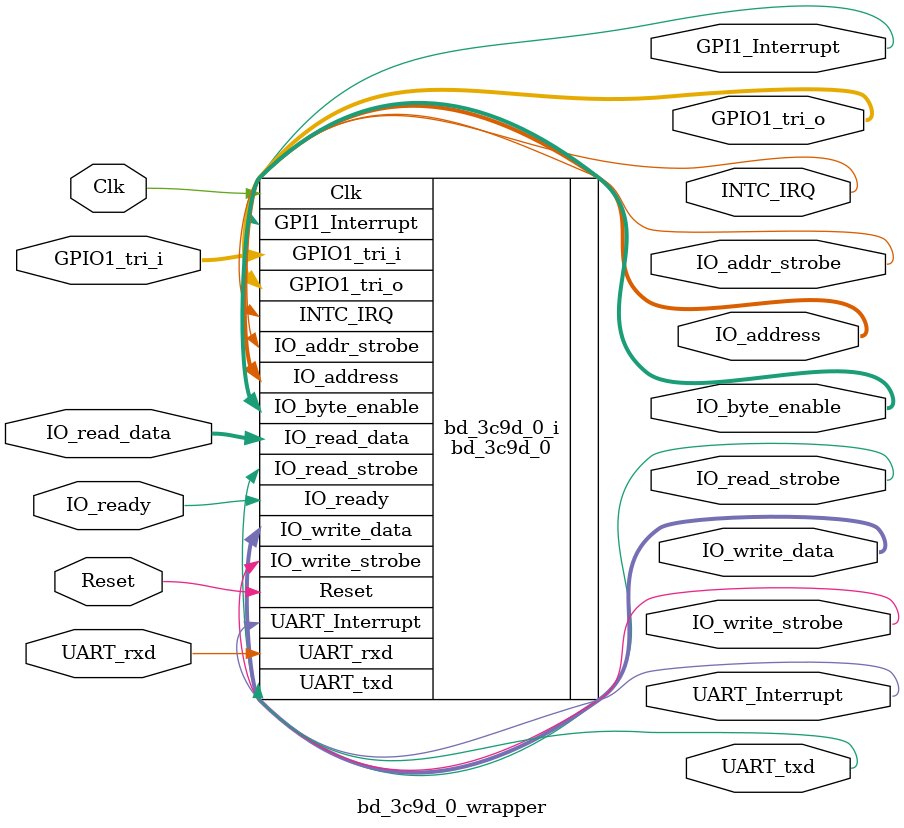
<source format=v>
`timescale 1 ps / 1 ps

module bd_3c9d_0_wrapper
   (Clk,
    GPI1_Interrupt,
    GPIO1_tri_i,
    GPIO1_tri_o,
    INTC_IRQ,
    IO_addr_strobe,
    IO_address,
    IO_byte_enable,
    IO_read_data,
    IO_read_strobe,
    IO_ready,
    IO_write_data,
    IO_write_strobe,
    Reset,
    UART_Interrupt,
    UART_rxd,
    UART_txd);
  input Clk;
  output GPI1_Interrupt;
  input [7:0]GPIO1_tri_i;
  output [7:0]GPIO1_tri_o;
  output INTC_IRQ;
  output IO_addr_strobe;
  output [31:0]IO_address;
  output [3:0]IO_byte_enable;
  input [31:0]IO_read_data;
  output IO_read_strobe;
  input IO_ready;
  output [31:0]IO_write_data;
  output IO_write_strobe;
  input Reset;
  output UART_Interrupt;
  input UART_rxd;
  output UART_txd;

  wire Clk;
  wire GPI1_Interrupt;
  wire [7:0]GPIO1_tri_i;
  wire [7:0]GPIO1_tri_o;
  wire INTC_IRQ;
  wire IO_addr_strobe;
  wire [31:0]IO_address;
  wire [3:0]IO_byte_enable;
  wire [31:0]IO_read_data;
  wire IO_read_strobe;
  wire IO_ready;
  wire [31:0]IO_write_data;
  wire IO_write_strobe;
  wire Reset;
  wire UART_Interrupt;
  wire UART_rxd;
  wire UART_txd;

  bd_3c9d_0 bd_3c9d_0_i
       (.Clk(Clk),
        .GPI1_Interrupt(GPI1_Interrupt),
        .GPIO1_tri_i(GPIO1_tri_i),
        .GPIO1_tri_o(GPIO1_tri_o),
        .INTC_IRQ(INTC_IRQ),
        .IO_addr_strobe(IO_addr_strobe),
        .IO_address(IO_address),
        .IO_byte_enable(IO_byte_enable),
        .IO_read_data(IO_read_data),
        .IO_read_strobe(IO_read_strobe),
        .IO_ready(IO_ready),
        .IO_write_data(IO_write_data),
        .IO_write_strobe(IO_write_strobe),
        .Reset(Reset),
        .UART_Interrupt(UART_Interrupt),
        .UART_rxd(UART_rxd),
        .UART_txd(UART_txd));
endmodule

</source>
